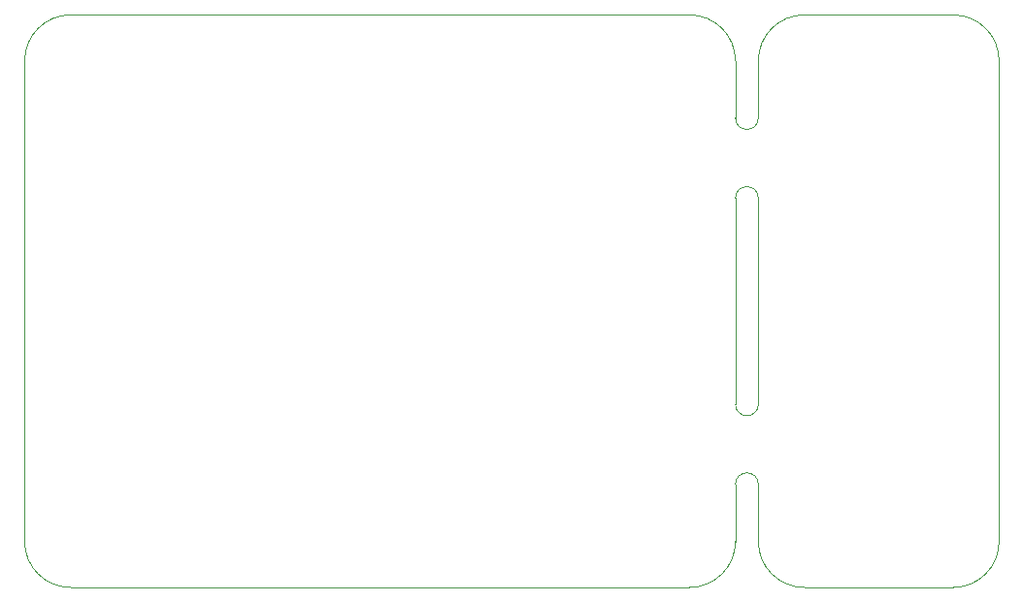
<source format=gbr>
%TF.GenerationSoftware,KiCad,Pcbnew,5.1.6-c6e7f7d~87~ubuntu20.04.1*%
%TF.CreationDate,2020-08-28T13:01:10+02:00*%
%TF.ProjectId,DccModule,4463634d-6f64-4756-9c65-2e6b69636164,rev?*%
%TF.SameCoordinates,Original*%
%TF.FileFunction,Profile,NP*%
%FSLAX46Y46*%
G04 Gerber Fmt 4.6, Leading zero omitted, Abs format (unit mm)*
G04 Created by KiCad (PCBNEW 5.1.6-c6e7f7d~87~ubuntu20.04.1) date 2020-08-28 13:01:10*
%MOMM*%
%LPD*%
G01*
G04 APERTURE LIST*
%TA.AperFunction,Profile*%
%ADD10C,0.050000*%
%TD*%
G04 APERTURE END LIST*
D10*
X201000000Y-80000000D02*
G75*
G02*
X205000000Y-84000000I0J-4000000D01*
G01*
X188000000Y-80000000D02*
X201000000Y-80000000D01*
X205000000Y-126000000D02*
X205000000Y-84000000D01*
X205000000Y-126000000D02*
G75*
G02*
X201000000Y-130000000I-4000000J0D01*
G01*
X188000000Y-130000000D02*
X201000000Y-130000000D01*
X184000000Y-89000000D02*
X184000000Y-84000000D01*
X184000000Y-84000000D02*
G75*
G02*
X188000000Y-80000000I4000000J0D01*
G01*
X188000000Y-130000000D02*
G75*
G02*
X184000000Y-126000000I0J4000000D01*
G01*
X184000000Y-96000000D02*
X184000000Y-114000000D01*
X182000000Y-114000000D02*
X182000000Y-96000000D01*
X184000000Y-114000000D02*
G75*
G02*
X182000000Y-114000000I-1000000J0D01*
G01*
X182000000Y-96000000D02*
G75*
G02*
X184000000Y-96000000I1000000J0D01*
G01*
X182000000Y-121000000D02*
G75*
G02*
X184000000Y-121000000I1000000J0D01*
G01*
X184000000Y-121000000D02*
X184000000Y-126000000D01*
X182000000Y-126000000D02*
X182000000Y-121000000D01*
X184000000Y-89000000D02*
G75*
G02*
X182000000Y-89000000I-1000000J0D01*
G01*
X178000000Y-80000000D02*
G75*
G02*
X182000000Y-84000000I0J-4000000D01*
G01*
X182000000Y-126000000D02*
G75*
G02*
X178000000Y-130000000I-4000000J0D01*
G01*
X120000000Y-84000000D02*
G75*
G02*
X124000000Y-80000000I4000000J0D01*
G01*
X124000000Y-130000000D02*
G75*
G02*
X120000000Y-126000000I0J4000000D01*
G01*
X120000000Y-84000000D02*
X120000000Y-126000000D01*
X178000000Y-80000000D02*
X124000000Y-80000000D01*
X182000000Y-89000000D02*
X182000000Y-84000000D01*
X124000000Y-130000000D02*
X178000000Y-130000000D01*
M02*

</source>
